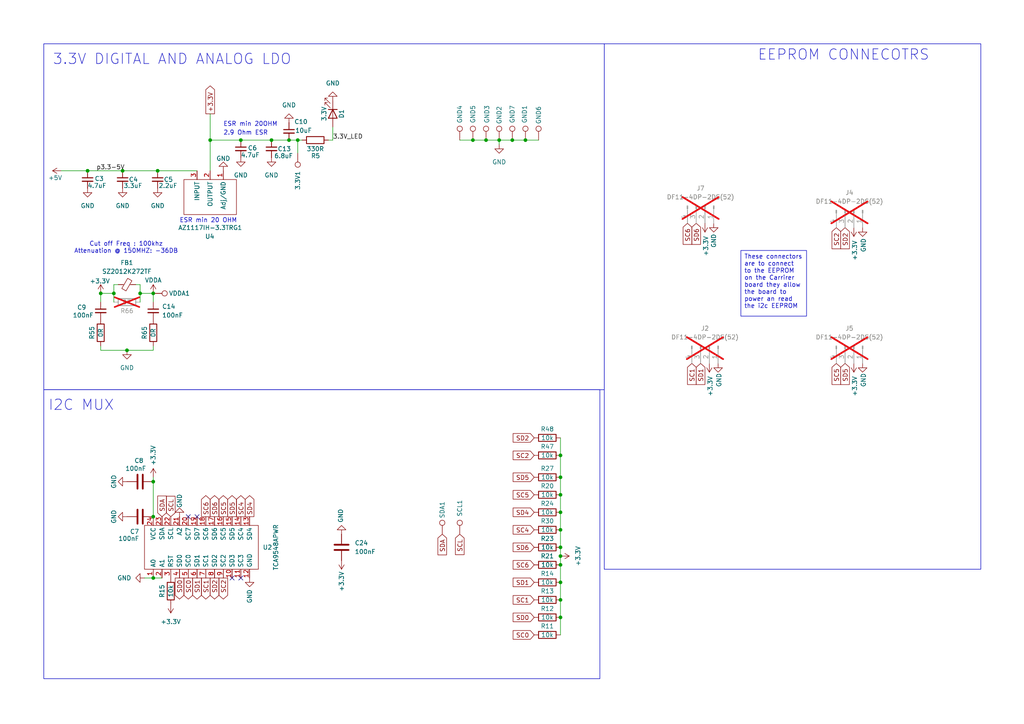
<source format=kicad_sch>
(kicad_sch (version 20250114) (generator "eeschema") (generator_version "9.0")
  (paper "A4")
  (title_block (title "TempMonitorV3.0") (date "2024-09-09") (rev "3.0") (company "ChipDesignSystems") (comment 1 "Desighned by : Lawrance Kiamilev"))
  (lib_symbols
    (symbol "Connector:Conn_01x04_Pin" (pin_names (offset 1.016) (hide yes))
      (property "Reference" "J" (at 0 5.08 0))
      (property "Value" "Conn_01x04_Pin" (at 0 -7.62 0))
      (symbol "Conn_01x04_Pin_1_1"
        (rectangle (start 0.8636 2.667) (end 0 2.413) (stroke (width 0.1524)) (fill (type outline)))
        (rectangle (start 0.8636 0.127) (end 0 -0.127) (stroke (width 0.1524)) (fill (type outline)))
        (rectangle (start 0.8636 -2.413) (end 0 -2.667) (stroke (width 0.1524)) (fill (type outline)))
        (rectangle (start 0.8636 -4.953) (end 0 -5.207) (stroke (width 0.1524)) (fill (type outline)))
        (polyline (pts (xy 1.27 2.54) (xy 0.8636 2.54)) (stroke (width 0.1524)))
        (polyline (pts (xy 1.27 0) (xy 0.8636 0)) (stroke (width 0.1524)))
        (polyline (pts (xy 1.27 -2.54) (xy 0.8636 -2.54)) (stroke (width 0.1524)))
        (polyline (pts (xy 1.27 -5.08) (xy 0.8636 -5.08)) (stroke (width 0.1524)))
        (pin passive line (at 5.08 2.54 180) (length 3.81) (name "Pin_1") (number "1"))
        (pin passive line (at 5.08 0 180) (length 3.81) (name "Pin_2") (number "2"))
        (pin passive line (at 5.08 -2.54 180) (length 3.81) (name "Pin_3") (number "3"))
        (pin passive line (at 5.08 -5.08 180) (length 3.81) (name "Pin_4") (number "4"))
      )
    )
    (symbol "Connector:TestPoint" (pin_numbers (hide yes)) (pin_names (offset 0.762) (hide yes))
      (property "Reference" "TP" (at 0 6.858 0))
      (property "Value" "TestPoint" (at 0 5.08 0))
      (symbol "TestPoint_0_1"
        (circle (center 0 3.302) (radius 0.762))
      )
      (symbol "TestPoint_1_1"
        (pin passive line (at 0 0 90) (length 2.54) (name "1") (number "1"))
      )
    )
    (symbol "Device:C" (pin_numbers (hide yes)) (pin_names (offset 0.254))
      (property "Reference" "C" (at 0.635 2.54 0))
      (property "Value" "C" (at 0.635 -2.54 0))
      (symbol "C_0_1"
        (polyline (pts (xy -2.032 0.762) (xy 2.032 0.762)) (stroke (width 0.508)))
        (polyline (pts (xy -2.032 -0.762) (xy 2.032 -0.762)) (stroke (width 0.508)))
      )
      (symbol "C_1_1"
        (pin passive line (at 0 3.81 270) (length 2.794) (name "~") (number "1"))
        (pin passive line (at 0 -3.81 90) (length 2.794) (name "~") (number "2"))
      )
    )
    (symbol "Device:C_Small" (pin_numbers (hide yes)) (pin_names (offset 0.254) (hide yes))
      (property "Reference" "C" (at 0.254 1.778 0))
      (property "Value" "C_Small" (at 0.254 -2.032 0))
      (symbol "C_Small_0_1"
        (polyline (pts (xy -1.524 0.508) (xy 1.524 0.508)) (stroke (width 0.3048)))
        (polyline (pts (xy -1.524 -0.508) (xy 1.524 -0.508)) (stroke (width 0.3302)))
      )
      (symbol "C_Small_1_1"
        (pin passive line (at 0 2.54 270) (length 2.032) (name "~") (number "1"))
        (pin passive line (at 0 -2.54 90) (length 2.032) (name "~") (number "2"))
      )
    )
    (symbol "Device:FerriteBead_Small" (pin_numbers (hide yes)) (pin_names (offset 0))
      (property "Reference" "FB" (at 1.905 1.27 0))
      (property "Value" "FerriteBead_Small" (at 1.905 -1.27 0))
      (symbol "FerriteBead_Small_0_1"
        (polyline (pts (xy -1.8288 0.2794) (xy -1.1176 1.4986) (xy 1.8288 -0.2032) (xy 1.1176 -1.4224) (xy -1.8288 0.2794)))
        (polyline (pts (xy 0 0.889) (xy 0 1.2954)))
        (polyline (pts (xy 0 -1.27) (xy 0 -0.7874)))
      )
      (symbol "FerriteBead_Small_1_1"
        (pin passive line (at 0 2.54 270) (length 1.27) (name "~") (number "1"))
        (pin passive line (at 0 -2.54 90) (length 1.27) (name "~") (number "2"))
      )
    )
    (symbol "Device:LED" (pin_numbers (hide yes)) (pin_names (offset 1.016) (hide yes))
      (property "Reference" "D" (at 0 2.54 0))
      (property "Value" "LED" (at 0 -2.54 0))
      (symbol "LED_0_1"
        (polyline (pts (xy -3.048 -0.762) (xy -4.572 -2.286) (xy -3.81 -2.286) (xy -4.572 -2.286) (xy -4.572 -1.524)))
        (polyline (pts (xy -1.778 -0.762) (xy -3.302 -2.286) (xy -2.54 -2.286) (xy -3.302 -2.286) (xy -3.302 -1.524)))
        (polyline (pts (xy -1.27 0) (xy 1.27 0)))
        (polyline (pts (xy -1.27 -1.27) (xy -1.27 1.27)) (stroke (width 0.254)))
        (polyline (pts (xy 1.27 -1.27) (xy 1.27 1.27) (xy -1.27 0) (xy 1.27 -1.27)) (stroke (width 0.254)))
      )
      (symbol "LED_1_1"
        (pin passive line (at -3.81 0 0) (length 2.54) (name "K") (number "1"))
        (pin passive line (at 3.81 0 180) (length 2.54) (name "A") (number "2"))
      )
    )
    (symbol "Device:R" (pin_numbers (hide yes)) (pin_names (offset 0))
      (property "Reference" "R" (at 2.032 0 90))
      (property "Value" "R" (at 0 0 90))
      (symbol "R_0_1"
        (rectangle (start -1.016 -2.54) (end 1.016 2.54) (stroke (width 0.254)))
      )
      (symbol "R_1_1"
        (pin passive line (at 0 3.81 270) (length 1.27) (name "~") (number "1"))
        (pin passive line (at 0 -3.81 90) (length 1.27) (name "~") (number "2"))
      )
    )
    (symbol "GND_1" (power) (pin_numbers (hide yes)) (pin_names (offset 0) (hide yes))
      (property "Value" "GND" (at 0 -3.81 0))
      (symbol "GND_1_0_1"
        (polyline (pts (xy 0 0) (xy 0 -1.27) (xy 1.27 -1.27) (xy 0 -2.54) (xy -1.27 -1.27) (xy 0 -1.27)))
      )
      (symbol "GND_1_1_1"
        (pin power_in line (at 0 0 270) (length 0) (name "~") (number "1"))
      )
    )
    (symbol "power:+3.3V" (power) (pin_names (offset 0))
      (property "Value" "+3.3V" (at 0 3.556 0))
      (symbol "+3.3V_0_1"
        (polyline (pts (xy -0.762 1.27) (xy 0 2.54)))
        (polyline (pts (xy 0 2.54) (xy 0.762 1.27)))
        (polyline (pts (xy 0 0) (xy 0 2.54)))
      )
      (symbol "+3.3V_1_1"
        (pin power_in line (at 0 0 90) (length 0) (hide yes) (name "+3.3V") (number "1"))
      )
    )
    (symbol "power:+5V" (power) (pin_names (offset 0))
      (property "Value" "+5V" (at 0 3.556 0))
      (symbol "+5V_0_1"
        (polyline (pts (xy -0.762 1.27) (xy 0 2.54)))
        (polyline (pts (xy 0 2.54) (xy 0.762 1.27)))
        (polyline (pts (xy 0 0) (xy 0 2.54)))
      )
      (symbol "+5V_1_1"
        (pin power_in line (at 0 0 90) (length 0) (hide yes) (name "+5V") (number "1"))
      )
    )
    (symbol "power:GND" (power) (pin_names (offset 0))
      (property "Value" "GND" (at 0 -3.81 0))
      (symbol "GND_0_1"
        (polyline (pts (xy 0 0) (xy 0 -1.27) (xy 1.27 -1.27) (xy 0 -2.54) (xy -1.27 -1.27) (xy 0 -1.27)))
      )
      (symbol "GND_1_1"
        (pin power_in line (at 0 0 270) (length 0) (hide yes) (name "GND") (number "1"))
      )
    )
    (symbol "power:VDDA" (power) (pin_names (offset 0))
      (property "Value" "VDDA" (at 0 3.81 0))
      (symbol "VDDA_0_1"
        (polyline (pts (xy -0.762 1.27) (xy 0 2.54)))
        (polyline (pts (xy 0 2.54) (xy 0.762 1.27)))
        (polyline (pts (xy 0 0) (xy 0 2.54)))
      )
      (symbol "VDDA_1_1"
        (pin power_in line (at 0 0 90) (length 0) (hide yes) (name "VDDA") (number "1"))
      )
    )
    (symbol "user:3_Pin_LDO"
      (property "Reference" "U" (at -7.62 -8.89 0))
      (symbol "3_Pin_LDO_0_1"
        (rectangle (start -7.62 2.54) (end 7.62 -7.62))
      )
      (symbol "3_Pin_LDO_1_1"
        (pin input line (at -3.81 5.08 270) (length 2.54) (name "Adj/GND") (number "1"))
        (pin input line (at 0 5.08 270) (length 2.54) (name "OUTPUT") (number "2"))
        (pin input line (at 3.81 5.08 270) (length 2.54) (name "INPUT") (number "3"))
      )
    )
    (symbol "user:TCA9548A"
      (property "Reference" "U" (at 0 -17.78 0))
      (symbol "TCA9548A_0_1"
        (rectangle (start -6.35 16.51) (end 6.35 -16.51))
      )
      (symbol "TCA9548A_1_1"
        (pin input line (at -8.89 13.97 0) (length 2.54) (name "A0") (number "1"))
        (pin input line (at -8.89 11.43 0) (length 2.54) (name "A1") (number "2"))
        (pin input line (at -8.89 8.89 0) (length 2.54) (name "RST") (number "3"))
        (pin input line (at -8.89 6.35 0) (length 2.54) (name "SD0") (number "4"))
        (pin input line (at -8.89 3.81 0) (length 2.54) (name "SC0") (number "5"))
        (pin input line (at -8.89 1.27 0) (length 2.54) (name "SD1") (number "6"))
        (pin input line (at -8.89 -1.27 0) (length 2.54) (name "SC1") (number "7"))
        (pin input line (at -8.89 -3.81 0) (length 2.54) (name "SD2") (number "8"))
        (pin input line (at -8.89 -6.35 0) (length 2.54) (name "SC2") (number "9"))
        (pin input line (at -8.89 -8.89 0) (length 2.54) (name "SD3") (number "10"))
        (pin input line (at -8.89 -11.43 0) (length 2.54) (name "SC3") (number "11"))
        (pin input line (at -8.89 -13.97 0) (length 2.54) (name "GND") (number "12"))
        (pin input line (at 8.89 13.97 180) (length 2.54) (name "VCC") (number "24"))
        (pin input line (at 8.89 11.43 180) (length 2.54) (name "SDA") (number "23"))
        (pin input line (at 8.89 8.89 180) (length 2.54) (name "SCL") (number "22"))
        (pin input line (at 8.89 6.35 180) (length 2.54) (name "A2") (number "21"))
        (pin input line (at 8.89 3.81 180) (length 2.54) (name "SC7") (number "20"))
        (pin input line (at 8.89 1.27 180) (length 2.54) (name "SD7") (number "19"))
        (pin input line (at 8.89 -1.27 180) (length 2.54) (name "SC6") (number "18"))
        (pin input line (at 8.89 -3.81 180) (length 2.54) (name "SD6") (number "17"))
        (pin input line (at 8.89 -6.35 180) (length 2.54) (name "SC5") (number "16"))
        (pin input line (at 8.89 -8.89 180) (length 2.54) (name "SD5") (number "15"))
        (pin input line (at 8.89 -11.43 180) (length 2.54) (name "SC4") (number "14"))
        (pin input line (at 8.89 -13.97 180) (length 2.54) (name "SD4") (number "13"))
      )
    )
  )
  (rectangle (start 175.26 12.7) (end 284.48 165.1))
  (rectangle (start 12.7 113.03) (end 173.99 196.85))
  (rectangle (start 12.7 12.7) (end 175.26 113.03))
  (text "Cut off Freq : 100khz\nAttenuation @ 150MHZ: -36DB\n" (at 36.576 71.882 0) (effects (font (size 1.27 1.27))))
  (text "I2C MUX\n" (at 13.97 119.38 0) (effects (font (size 3 3)) (justify left bottom)))
  (text "3.3V DIGITAL AND ANALOG LDO" (at 15.24 19.05 0) (effects (font (size 3 3)) (justify left bottom)))
  (text "ESR min 20 OHM" (at 52.07 64.77 0) (effects (font (size 1.27 1.27)) (justify left bottom)))
  (text "2.9 Ohm ESR" (at 64.77 39.37 0) (effects (font (size 1.27 1.27)) (justify left bottom)))
  (text "EEPROM CONNECOTRS\n" (at 219.71 17.78 0) (effects (font (size 3 3)) (justify left bottom)))
  (text "ESR min 20OHM" (at 64.77 36.83 0) (effects (font (size 1.27 1.27)) (justify left bottom)))
  (text_box "These connectors are to connect to the EEPROM on the Carrirer board they allow the board to power an read the i2c EEPROM" (at 214.884 72.644 0) (size 19.05 19.05) (margins 0.9525 0.9525 0.9525 0.9525) (effects (font (size 1.27 1.27)) (justify left top)))
  (junction (at 83.82 40.64))
  (junction (at 44.45 85.09))
  (junction (at 60.96 40.64))
  (junction (at 162.56 161.29))
  (junction (at 29.21 85.09))
  (junction (at 162.56 138.43))
  (junction (at 45.72 49.53))
  (junction (at 162.56 173.99))
  (junction (at 35.56 49.53))
  (junction (at 162.56 168.91))
  (junction (at 69.85 40.64))
  (junction (at 152.4 40.64))
  (junction (at 162.56 153.67))
  (junction (at 140.97 40.64))
  (junction (at 162.56 132.08))
  (junction (at 36.83 101.6))
  (junction (at 137.16 40.64))
  (junction (at 44.45 149.86))
  (junction (at 40.64 85.09))
  (junction (at 162.56 179.07))
  (junction (at 162.56 148.59))
  (junction (at 162.56 163.83))
  (junction (at 44.45 139.7))
  (junction (at 25.4 49.53))
  (junction (at 86.36 40.64))
  (junction (at 33.02 85.09))
  (junction (at 144.78 40.64))
  (junction (at 162.56 143.51))
  (junction (at 44.45 167.64))
  (junction (at 148.59 40.64))
  (junction (at 78.74 40.64))
  (junction (at 162.56 158.75))
  (no_connect (at 57.15 149.86))
  (no_connect (at 69.85 167.64))
  (no_connect (at 67.31 167.64))
  (no_connect (at 54.61 149.86))
  (wire (pts (xy 60.96 40.64) (xy 60.96 33.02)))
  (wire (pts (xy 162.56 163.83) (xy 162.56 161.29)))
  (wire (pts (xy 86.36 44.45) (xy 86.36 40.64)))
  (wire (pts (xy 162.56 184.15) (xy 162.56 179.07)))
  (wire (pts (xy 17.78 49.53) (xy 25.4 49.53)))
  (wire (pts (xy 162.56 168.91) (xy 162.56 163.83)))
  (wire (pts (xy 33.02 85.09) (xy 33.02 87.63)))
  (wire (pts (xy 36.83 101.6) (xy 44.45 101.6)))
  (wire (pts (xy 60.96 40.64) (xy 69.85 40.64)))
  (wire (pts (xy 162.56 143.51) (xy 162.56 148.59)))
  (wire (pts (xy 162.56 138.43) (xy 162.56 143.51)))
  (wire (pts (xy 162.56 173.99) (xy 162.56 168.91)))
  (wire (pts (xy 29.21 85.09) (xy 33.02 85.09)))
  (wire (pts (xy 162.56 161.29) (xy 162.56 158.75)))
  (wire (pts (xy 162.56 138.43) (xy 162.56 132.08)))
  (wire (pts (xy 44.45 167.64) (xy 46.99 167.64)))
  (wire (pts (xy 35.56 49.53) (xy 45.72 49.53)))
  (wire (pts (xy 144.78 40.64) (xy 148.59 40.64)))
  (wire (pts (xy 39.37 82.55) (xy 40.64 82.55)))
  (wire (pts (xy 162.56 132.08) (xy 162.56 127)))
  (wire (pts (xy 133.35 40.64) (xy 137.16 40.64)))
  (wire (pts (xy 86.36 40.64) (xy 87.63 40.64)))
  (wire (pts (xy 144.78 40.64) (xy 144.78 41.91)))
  (wire (pts (xy 148.59 40.64) (xy 152.4 40.64)))
  (wire (pts (xy 29.21 87.63) (xy 29.21 85.09)))
  (wire (pts (xy 40.64 82.55) (xy 40.64 85.09)))
  (wire (pts (xy 83.82 40.64) (xy 86.36 40.64)))
  (wire (pts (xy 44.45 100.33) (xy 44.45 101.6)))
  (wire (pts (xy 162.56 153.67) (xy 162.56 148.59)))
  (wire (pts (xy 60.96 49.53) (xy 60.96 40.64)))
  (wire (pts (xy 96.52 36.83) (xy 96.52 40.64)))
  (wire (pts (xy 69.85 40.64) (xy 78.74 40.64)))
  (wire (pts (xy 44.45 85.09) (xy 40.64 85.09)))
  (wire (pts (xy 44.45 139.7) (xy 44.45 149.86)))
  (wire (pts (xy 29.21 101.6) (xy 36.83 101.6)))
  (wire (pts (xy 33.02 82.55) (xy 33.02 85.09)))
  (wire (pts (xy 162.56 179.07) (xy 162.56 173.99)))
  (wire (pts (xy 44.45 138.43) (xy 44.45 139.7)))
  (wire (pts (xy 137.16 40.64) (xy 140.97 40.64)))
  (wire (pts (xy 40.64 85.09) (xy 40.64 87.63)))
  (wire (pts (xy 29.21 100.33) (xy 29.21 101.6)))
  (wire (pts (xy 41.91 167.64) (xy 44.45 167.64)))
  (wire (pts (xy 44.45 85.09) (xy 44.45 87.63)))
  (wire (pts (xy 34.29 82.55) (xy 33.02 82.55)))
  (wire (pts (xy 78.74 40.64) (xy 83.82 40.64)))
  (wire (pts (xy 45.72 49.53) (xy 57.15 49.53)))
  (wire (pts (xy 25.4 49.53) (xy 35.56 49.53)))
  (wire (pts (xy 152.4 40.64) (xy 156.21 40.64)))
  (wire (pts (xy 162.56 158.75) (xy 162.56 153.67)))
  (wire (pts (xy 95.25 40.64) (xy 96.52 40.64)))
  (wire (pts (xy 140.97 40.64) (xy 144.78 40.64)))
  (label "3.3V_LED" (at 96.52 40.64 0) (property "Netclass" "Voltage" (effects (hide yes))))
  (label "p3.3-5V" (at 27.94 49.53 0) (property "Netclass" "PWR" (effects (hide yes))))
  (global_label "SC5" (shape output) (at 64.77 149.86 90) (property "Intersheetrefs" "${INTERSHEET_REFS}" (effects (hide yes))) (property "Netclass" "I2C" (effects (hide yes))))
  (global_label "SC0" (shape output) (at 54.61 167.64 270) (property "Intersheetrefs" "${INTERSHEET_REFS}" (effects (hide yes))) (property "Netclass" "I2C" (effects (hide yes))))
  (global_label "SD0" (shape output) (at 52.07 167.64 270) (property "Intersheetrefs" "${INTERSHEET_REFS}" (effects (hide yes))) (property "Netclass" "I2C" (effects (hide yes))))
  (global_label "SC1" (shape output) (at 59.69 167.64 270) (property "Intersheetrefs" "${INTERSHEET_REFS}" (effects (hide yes))) (property "Netclass" "I2C" (effects (hide yes))))
  (global_label "SD6" (shape input) (at 154.94 158.75 180) (property "Intersheetrefs" "${INTERSHEET_REFS}" (effects (hide yes))) (property "Netclass" "I2C" (effects (hide yes))))
  (global_label "SD2" (shape input) (at 245.11 66.04 270) (property "Intersheetrefs" "${INTERSHEET_REFS}" (effects (hide yes))) (property "Netclass" "I2C" (effects (hide yes))))
  (global_label "SD1" (shape output) (at 57.15 167.64 270) (property "Intersheetrefs" "${INTERSHEET_REFS}" (effects (hide yes))) (property "Netclass" "I2C" (effects (hide yes))))
  (global_label "SC6" (shape output) (at 59.69 149.86 90) (property "Intersheetrefs" "${INTERSHEET_REFS}" (effects (hide yes))) (property "Netclass" "I2C" (effects (hide yes))))
  (global_label "SC2" (shape output) (at 64.77 167.64 270) (property "Intersheetrefs" "${INTERSHEET_REFS}" (effects (hide yes))) (property "Netclass" "I2C" (effects (hide yes))))
  (global_label "SC0" (shape input) (at 154.94 184.15 180) (property "Intersheetrefs" "${INTERSHEET_REFS}" (effects (hide yes))) (property "Netclass" "I2C" (effects (hide yes))))
  (global_label "SC4" (shape output) (at 69.85 149.86 90) (property "Intersheetrefs" "${INTERSHEET_REFS}" (effects (hide yes))) (property "Netclass" "I2C" (effects (hide yes))))
  (global_label "SC1" (shape input) (at 154.94 173.99 180) (property "Intersheetrefs" "${INTERSHEET_REFS}" (effects (hide yes))) (property "Netclass" "I2C" (effects (hide yes))))
  (global_label "SD2" (shape input) (at 154.94 127 180) (property "Intersheetrefs" "${INTERSHEET_REFS}" (effects (hide yes))) (property "Netclass" "I2C" (effects (hide yes))))
  (global_label "SC5" (shape input) (at 242.57 105.41 270) (property "Intersheetrefs" "${INTERSHEET_REFS}" (effects (hide yes))) (property "Netclass" "I2C" (effects (hide yes))))
  (global_label "SDA" (shape input) (at 46.99 149.86 90) (property "Intersheetrefs" "${INTERSHEET_REFS}" (effects (hide yes))))
  (global_label "SD6" (shape output) (at 62.23 149.86 90) (property "Intersheetrefs" "${INTERSHEET_REFS}" (effects (hide yes))) (property "Netclass" "I2C" (effects (hide yes))))
  (global_label "SD1" (shape input) (at 203.2 105.41 270) (property "Intersheetrefs" "${INTERSHEET_REFS}" (effects (hide yes))) (property "Netclass" "I2C" (effects (hide yes))))
  (global_label "SC6" (shape input) (at 199.39 64.77 270) (property "Intersheetrefs" "${INTERSHEET_REFS}" (effects (hide yes))) (property "Netclass" "I2C" (effects (hide yes))))
  (global_label "SD0" (shape input) (at 154.94 179.07 180) (property "Intersheetrefs" "${INTERSHEET_REFS}" (effects (hide yes))) (property "Netclass" "I2C" (effects (hide yes))))
  (global_label "SD2" (shape output) (at 62.23 167.64 270) (property "Intersheetrefs" "${INTERSHEET_REFS}" (effects (hide yes))) (property "Netclass" "I2C" (effects (hide yes))))
  (global_label "SD5" (shape input) (at 154.94 138.43 180) (property "Intersheetrefs" "${INTERSHEET_REFS}" (effects (hide yes))) (property "Netclass" "I2C" (effects (hide yes))))
  (global_label "SC2" (shape input) (at 154.94 132.08 180) (property "Intersheetrefs" "${INTERSHEET_REFS}" (effects (hide yes))) (property "Netclass" "I2C" (effects (hide yes))))
  (global_label "SC6" (shape input) (at 154.94 163.83 180) (property "Intersheetrefs" "${INTERSHEET_REFS}" (effects (hide yes))) (property "Netclass" "I2C" (effects (hide yes))))
  (global_label "SC4" (shape input) (at 154.94 153.67 180) (property "Intersheetrefs" "${INTERSHEET_REFS}" (effects (hide yes))) (property "Netclass" "I2C" (effects (hide yes))))
  (global_label "SD6" (shape input) (at 201.93 64.77 270) (property "Intersheetrefs" "${INTERSHEET_REFS}" (effects (hide yes))) (property "Netclass" "I2C" (effects (hide yes))))
  (global_label "SD5" (shape input) (at 245.11 105.41 270) (property "Intersheetrefs" "${INTERSHEET_REFS}" (effects (hide yes))) (property "Netclass" "I2C" (effects (hide yes))))
  (global_label "SD1" (shape input) (at 154.94 168.91 180) (property "Intersheetrefs" "${INTERSHEET_REFS}" (effects (hide yes))) (property "Netclass" "I2C" (effects (hide yes))))
  (global_label "SD4" (shape output) (at 72.39 149.86 90) (property "Intersheetrefs" "${INTERSHEET_REFS}" (effects (hide yes))) (property "Netclass" "I2C" (effects (hide yes))))
  (global_label "SDA" (shape input) (at 128.27 154.94 270) (property "Intersheetrefs" "${INTERSHEET_REFS}" (effects (hide yes))))
  (global_label "SC1" (shape input) (at 200.66 105.41 270) (property "Intersheetrefs" "${INTERSHEET_REFS}" (effects (hide yes))) (property "Netclass" "I2C" (effects (hide yes))))
  (global_label "SC5" (shape input) (at 154.94 143.51 180) (property "Intersheetrefs" "${INTERSHEET_REFS}" (effects (hide yes))) (property "Netclass" "I2C" (effects (hide yes))))
  (global_label "+3.3V" (shape output) (at 60.96 33.02 90) (property "Intersheetrefs" "${INTERSHEET_REFS}" (effects (hide yes))) (property "Netclass" "PWR" (effects (hide yes))))
  (global_label "SCL" (shape input) (at 49.53 149.86 90) (property "Intersheetrefs" "${INTERSHEET_REFS}" (effects (hide yes))))
  (global_label "SD5" (shape output) (at 67.31 149.86 90) (property "Intersheetrefs" "${INTERSHEET_REFS}" (effects (hide yes))) (property "Netclass" "I2C" (effects (hide yes))))
  (global_label "SD4" (shape input) (at 154.94 148.59 180) (property "Intersheetrefs" "${INTERSHEET_REFS}" (effects (hide yes))) (property "Netclass" "I2C" (effects (hide yes))))
  (global_label "SC2" (shape input) (at 242.57 66.04 270) (property "Intersheetrefs" "${INTERSHEET_REFS}" (effects (hide yes))) (property "Netclass" "I2C" (effects (hide yes))))
  (global_label "SCL" (shape input) (at 133.35 154.94 270) (property "Intersheetrefs" "${INTERSHEET_REFS}" (effects (hide yes))))
  (symbol (lib_id "Device:C_Small") (at 25.4 52.07 0) (unit 1)
    (property "Reference" "C3" (at 27.432 51.816 0) (effects (justify left)))
    (property "Value" "4.7uF" (at 25.4 53.848 0) (effects (justify left)))
    (property "Footprint" "Capacitor_SMD:C_0805_2012Metric" (effects (hide yes)))
    (property "Datasheet" "https://jlcpcb.com/api/file/downloadByFileSystemAccessId/8556213325555400704" (effects (hide yes)))
    (property "Description" "25V 4.7uF X5R ±10% 0805 Multilayer Ceramic Capacitors MLCC - SMD/SMT ROHS" (effects (hide yes)))
    (property "JLC part #" "C1779" (effects (hide yes)))
    (property "Prt#" "CL21A475KAQNNNE" (effects (hide yes)))
  )
  (symbol (lib_id "user:3_Pin_LDO") (at 60.96 54.61 0) (mirror y) (unit 1)
    (property "Reference" "U4" (at 62.23 68.58 0) (effects (justify left)))
    (property "Value" "AZ1117IH-3.3TRG1" (at 60.96 66.04 0))
    (property "Footprint" "LawranceUserLib:AZ11171" (effects (hide yes)))
    (property "Datasheet" "https://www.diodes.com/assets/Datasheets/AZ1117I.pdf" (effects (hide yes)))
    (property "Description" "IC REG LINEAR 3.3V 1A SOT223" (effects (hide yes)))
    (property "digikey" "https://www.digikey.com/en/products/detail/diodes-incorporated/AZ1117IH-3-3TRG1/5699672?s=N4IgTCBcDaIIIC0CMKDsBJAEgWgMwDpcAVAJQHEkQBdAXyA" (effects (hide yes)))
    (property "Prt#" "AZ1117IH-3.3TRG1" (effects (hide yes)))
    (property "JLC part #" "C108495" (effects (hide yes)))
  )
  (symbol (lib_id "Device:R") (at 158.75 168.91 270) (unit 1)
    (property "Reference" "R14" (at 158.75 166.37 90))
    (property "Value" "10k" (at 158.75 168.91 90))
    (property "Footprint" "Resistor_SMD:R_0603_1608Metric" (effects (hide yes)))
    (property "Datasheet" "https://jlcpcb.com/api/file/downloadByFileSystemAccessId/8579706381320323072" (effects (hide yes)))
    (property "Description" "100mW Thick Film Resistors 75V ±100ppm/℃ ±1% 10kΩ 0603 Chip Resistor - Surface Mount ROHS" (effects (hide yes)))
    (property "Prt#" "0603WAF1002T5E" (effects (hide yes)))
    (property "digikey" "https://www.digikey.com/en/products/detail/stackpole-electronics-inc/RMCF0402FT10K0/1761433" (effects (hide yes)))
    (property "JLC part #" "C25804" (effects (hide yes)))
  )
  (symbol (lib_id "Device:R") (at 158.75 153.67 270) (unit 1)
    (property "Reference" "R30" (at 158.75 151.13 90))
    (property "Value" "10k" (at 158.75 153.67 90))
    (property "Footprint" "Resistor_SMD:R_0603_1608Metric" (effects (hide yes)))
    (property "Datasheet" "https://jlcpcb.com/api/file/downloadByFileSystemAccessId/8579706381320323072" (effects (hide yes)))
    (property "Description" "100mW Thick Film Resistors 75V ±100ppm/℃ ±1% 10kΩ 0603 Chip Resistor - Surface Mount ROHS" (effects (hide yes)))
    (property "Prt#" "0603WAF1002T5E" (effects (hide yes)))
    (property "digikey" "https://www.digikey.com/en/products/detail/stackpole-electronics-inc/RMCF0402FT10K0/1761433" (effects (hide yes)))
    (property "JLC part #" "C25804" (effects (hide yes)))
  )
  (symbol (lib_id "power:GND") (at 36.83 149.86 270) (unit 1)
    (property "Reference" "#PWR089" (effects (hide yes)))
    (property "Value" "GND" (at 33.02 149.86 0))
  )
  (symbol (lib_id "Device:C") (at 99.06 158.75 0) (unit 1)
    (property "Reference" "C24" (at 102.87 157.48 0) (effects (justify left)))
    (property "Value" "100nF" (at 102.87 160.02 0) (effects (justify left)))
    (property "Footprint" "Capacitor_SMD:C_0603_1608Metric" (effects (hide yes)))
    (property "Datasheet" "https://jlcpcb.com/api/file/downloadByFileSystemAccessId/8579707083955945472" (effects (hide yes)))
    (property "Description" "50V 100nF X7R ±10% 0603 Multilayer Ceramic Capacitors MLCC - SMD/SMT ROHS" (effects (hide yes)))
    (property "Prt#" "CC0603KRX7R9BB104" (effects (hide yes)))
    (property "digikey" "https://www.digikey.com/en/products/detail/yageo/CC0603KRX7R7BB104/302822" (effects (hide yes)))
    (property "JLC part #" "C14663" (effects (hide yes)))
  )
  (symbol (lib_id "Device:C_Small") (at 44.45 90.17 0) (unit 1)
    (property "Reference" "C14" (at 46.99 88.9062 0) (effects (justify left)))
    (property "Value" "100nF" (at 46.99 91.4462 0) (effects (justify left)))
    (property "Footprint" "Capacitor_SMD:C_0805_2012Metric" (effects (hide yes)))
    (property "Datasheet" "https://jlcpcb.com/api/file/downloadByFileSystemAccessId/8579706882463744000" (effects (hide yes)))
    (property "Description" "50V 100nF X7R ±10% 0805 Multilayer Ceramic Capacitors MLCC - SMD/SMT ROHS" (effects (hide yes)))
    (property "JLC part #" "C49678" (effects (hide yes)))
    (property "Prt#" "CC0805KRX7R9BB104" (effects (hide yes)))
  )
  (symbol (lib_id "power:+3.3V") (at 99.06 162.56 180) (unit 1)
    (property "Reference" "#PWR0109" (effects (hide yes)))
    (property "Value" "+3.3V" (at 99.06 168.656 90))
  )
  (symbol (lib_id "Connector:TestPoint") (at 128.27 154.94 0) (unit 1)
    (property "Reference" "SDA1" (at 128.27 150.368 90) (effects (justify left)))
    (property "Value" "TestPoint" (effects (hide yes)))
    (property "Footprint" "TestPoint:TestPoint_Pad_D1.5mm" (effects (hide yes)))
    (property "Description" "test point" (effects (hide yes)))
  )
  (symbol (lib_id "Device:C_Small") (at 35.56 52.07 0) (unit 1)
    (property "Reference" "C4" (at 37.338 52.07 0) (effects (justify left)))
    (property "Value" "3.3uF" (at 35.814 53.848 0) (effects (justify left)))
    (property "Footprint" "Capacitor_SMD:C_0805_2012Metric" (effects (hide yes)))
    (property "Datasheet" "https://jlcpcb.com/api/file/downloadByFileSystemAccessId/8590905916235862016" (effects (hide yes)))
    (property "Description" "25V 3.3uF X7R ±10% 0805  Multilayer Ceramic Capacitors MLCC - SMD/SMT ROHS" (effects (hide yes)))
    (property "JLC part #" "C7393948" (effects (hide yes)))
    (property "Prt#" "TCC0805X7R335K250FT" (effects (hide yes)))
  )
  (symbol (lib_id "power:GND") (at 96.52 29.21 180) (unit 1)
    (property "Reference" "#PWR0111" (effects (hide yes)))
    (property "Value" "GND" (at 96.52 24.13 0))
  )
  (symbol (lib_id "Device:R") (at 158.75 173.99 270) (unit 1)
    (property "Reference" "R13" (at 158.75 171.45 90))
    (property "Value" "10k" (at 158.75 173.99 90))
    (property "Footprint" "Resistor_SMD:R_0603_1608Metric" (effects (hide yes)))
    (property "Datasheet" "https://jlcpcb.com/api/file/downloadByFileSystemAccessId/8579706381320323072" (effects (hide yes)))
    (property "Description" "100mW Thick Film Resistors 75V ±100ppm/℃ ±1% 10kΩ 0603 Chip Resistor - Surface Mount ROHS" (effects (hide yes)))
    (property "Prt#" "0603WAF1002T5E" (effects (hide yes)))
    (property "digikey" "https://www.digikey.com/en/products/detail/stackpole-electronics-inc/RMCF0402FT10K0/1761433" (effects (hide yes)))
    (property "JLC part #" "C25804" (effects (hide yes)))
  )
  (symbol (lib_id "Device:R") (at 158.75 158.75 270) (unit 1)
    (property "Reference" "R23" (at 158.75 156.21 90))
    (property "Value" "10k" (at 158.75 158.75 90))
    (property "Footprint" "Resistor_SMD:R_0603_1608Metric" (effects (hide yes)))
    (property "Datasheet" "https://jlcpcb.com/api/file/downloadByFileSystemAccessId/8579706381320323072" (effects (hide yes)))
    (property "Description" "100mW Thick Film Resistors 75V ±100ppm/℃ ±1% 10kΩ 0603 Chip Resistor - Surface Mount ROHS" (effects (hide yes)))
    (property "Prt#" "0603WAF1002T5E" (effects (hide yes)))
    (property "digikey" "https://www.digikey.com/en/products/detail/stackpole-electronics-inc/RMCF0402FT10K0/1761433" (effects (hide yes)))
    (property "JLC part #" "C25804" (effects (hide yes)))
  )
  (symbol (lib_id "Device:C") (at 40.64 139.7 90) (unit 1)
    (property "Reference" "C8" (at 41.656 133.604 90) (effects (justify left)))
    (property "Value" "100nF" (at 42.418 135.89 90) (effects (justify left)))
    (property "Footprint" "Capacitor_SMD:C_0603_1608Metric" (effects (hide yes)))
    (property "Datasheet" "https://jlcpcb.com/api/file/downloadByFileSystemAccessId/8579707083955945472" (effects (hide yes)))
    (property "Description" "50V 100nF X7R ±10% 0603 Multilayer Ceramic Capacitors MLCC - SMD/SMT ROHS" (effects (hide yes)))
    (property "Prt#" "CC0603KRX7R9BB104" (effects (hide yes)))
    (property "digikey" "https://www.digikey.com/en/products/detail/samsung-electro-mechanics/CL05B104KP5NNNC/3886660" (effects (hide yes)))
    (property "JLC part #" "C14663" (effects (hide yes)))
  )
  (symbol (lib_id "power:GND") (at 35.56 54.61 0) (unit 1)
    (property "Reference" "#PWR087" (effects (hide yes)))
    (property "Value" "GND" (at 35.56 59.69 0))
  )
  (symbol (lib_id "power:GND") (at 25.4 54.61 0) (unit 1)
    (property "Reference" "#PWR086" (effects (hide yes)))
    (property "Value" "GND" (at 25.4 59.69 0))
  )
  (symbol (lib_id "power:GND") (at 250.19 66.04 0) (unit 1)
    (property "Reference" "#PWR0117" (effects (hide yes)))
    (property "Value" "GND" (at 250.444 71.12 90))
  )
  (symbol (lib_id "power:GND") (at 72.39 167.64 0) (unit 1)
    (property "Reference" "#PWR0103" (effects (hide yes)))
    (property "Value" "GND" (at 72.39 172.974 90))
  )
  (symbol (lib_id "Device:R") (at 158.75 132.08 270) (unit 1)
    (property "Reference" "R47" (at 158.75 129.54 90))
    (property "Value" "10k" (at 158.75 132.08 90))
    (property "Footprint" "Resistor_SMD:R_0603_1608Metric" (effects (hide yes)))
    (property "Datasheet" "https://jlcpcb.com/api/file/downloadByFileSystemAccessId/8579706381320323072" (effects (hide yes)))
    (property "Description" "100mW Thick Film Resistors 75V ±100ppm/℃ ±1% 10kΩ 0603 Chip Resistor - Surface Mount ROHS" (effects (hide yes)))
    (property "Prt#" "0603WAF1002T5E" (effects (hide yes)))
    (property "digikey" "https://www.digikey.com/en/products/detail/stackpole-electronics-inc/RMCF0402FT10K0/1761433" (effects (hide yes)))
    (property "JLC part #" "C25804" (effects (hide yes)))
  )
  (symbol (lib_id "power:+3.3V") (at 205.74 105.41 180) (unit 1)
    (property "Reference" "#PWR074" (effects (hide yes)))
    (property "Value" "+3.3V" (at 205.994 112.014 90))
  )
  (symbol (lib_id "Connector:TestPoint") (at 133.35 40.64 0) (unit 1)
    (property "Reference" "GND4" (at 133.35 30.48 90) (effects (justify right)))
    (property "Value" "TestPoint" (effects (hide yes)))
    (property "Footprint" "TestPoint:TestPoint_Pad_D1.5mm" (effects (hide yes)))
  )
  (symbol (lib_id "power:GND") (at 41.91 167.64 270) (unit 1)
    (property "Reference" "#PWR090" (effects (hide yes)))
    (property "Value" "GND" (at 38.1 167.64 90) (effects (justify right)))
  )
  (symbol (lib_id "Device:R") (at 36.83 87.63 90) (unit 1) (dnp yes)
    (property "Reference" "R66" (at 36.83 90.17 90))
    (property "Value" "0R" (at 36.83 87.63 90))
    (property "Footprint" "Resistor_SMD:R_0603_1608Metric" (effects (hide yes)))
    (property "Datasheet" "https://jlcpcb.com/api/file/downloadByFileSystemAccessId/8579706381320323072" (effects (hide yes)))
    (property "Description" "100mW Thick Film Resistors 75V ±100ppm/℃ ±1% 10kΩ 0603 Chip Resistor - Surface Mount ROHS" (effects (hide yes)))
    (property "Prt#" "0603WAF1002T5E" (effects (hide yes)))
    (property "digikey" "https://www.digikey.com/en/products/detail/stackpole-electronics-inc/RMCF0402FT10K0/1761433" (effects (hide yes)))
    (property "JLC part #" "C25804" (effects (hide yes)))
  )
  (symbol (lib_id "Connector:TestPoint") (at 44.45 85.09 270) (unit 1)
    (property "Reference" "VDDA1" (at 55.118 85.09 90) (effects (justify right)))
    (property "Value" "TestPoint" (effects (hide yes)))
    (property "Footprint" "TestPoint:TestPoint_Pad_D1.5mm" (effects (hide yes)))
  )
  (symbol (lib_id "Device:R") (at 49.53 171.45 180) (unit 1)
    (property "Reference" "R15" (at 46.99 171.45 90))
    (property "Value" "10k" (at 49.53 171.45 90))
    (property "Footprint" "Resistor_SMD:R_0603_1608Metric" (effects (hide yes)))
    (property "Datasheet" "https://jlcpcb.com/api/file/downloadByFileSystemAccessId/8579706381320323072" (effects (hide yes)))
    (property "Description" "100mW Thick Film Resistors 75V ±100ppm/℃ ±1% 10kΩ 0603 Chip Resistor - Surface Mount ROHS" (effects (hide yes)))
    (property "Prt#" "0603WAF1002T5E" (effects (hide yes)))
    (property "digikey" "https://www.digikey.com/en/products/detail/stackpole-electronics-inc/RMCF0402FT10K0/1761433" (effects (hide yes)))
    (property "JLC part #" "C25804" (effects (hide yes)))
  )
  (symbol (lib_id "power:+3.3V") (at 29.21 85.09 0) (unit 1)
    (property "Reference" "#PWR093" (effects (hide yes)))
    (property "Value" "+3.3V" (at 28.956 81.534 0))
  )
  (symbol (lib_id "Connector:TestPoint") (at 144.78 40.64 0) (unit 1)
    (property "Reference" "GND2" (at 144.78 30.734 90) (effects (justify right)))
    (property "Value" "TestPoint" (effects (hide yes)))
    (property "Footprint" "TestPoint:TestPoint_Pad_D1.5mm" (effects (hide yes)))
  )
  (symbol (lib_id "power:GND") (at 36.83 139.7 270) (unit 1)
    (property "Reference" "#PWR088" (effects (hide yes)))
    (property "Value" "GND" (at 33.02 139.7 0))
  )
  (symbol (lib_id "Connector:TestPoint") (at 156.21 40.64 0) (unit 1)
    (property "Reference" "GND6" (at 156.21 30.734 90) (effects (justify right)))
    (property "Value" "TestPoint" (effects (hide yes)))
    (property "Footprint" "TestPoint:TestPoint_Pad_D1.5mm" (effects (hide yes)))
  )
  (symbol (lib_id "Device:C_Small") (at 29.21 90.17 0) (unit 1)
    (property "Reference" "C9" (at 22.352 89.154 0) (effects (justify left)))
    (property "Value" "100nF" (at 21.082 91.44 0) (effects (justify left)))
    (property "Footprint" "Capacitor_SMD:C_0805_2012Metric" (effects (hide yes)))
    (property "Datasheet" "https://jlcpcb.com/api/file/downloadByFileSystemAccessId/8579706882463744000" (effects (hide yes)))
    (property "Description" "50V 100nF X7R ±10% 0805 Multilayer Ceramic Capacitors MLCC - SMD/SMT ROHS" (effects (hide yes)))
    (property "JLC part #" "C49678" (effects (hide yes)))
    (property "Prt#" "CC0805KRX7R9BB104" (effects (hide yes)))
  )
  (symbol (lib_id "Connector:Conn_01x04_Pin") (at 205.74 100.33 270) (unit 1) (dnp yes)
    (property "Reference" "J2" (at 204.47 95.25 90))
    (property "Value" "DF11-4DP-2DS(52)" (at 204.47 97.79 90))
    (property "Footprint" "LawranceUserLib:HRS_DF11-4DP-2DS_52_" (effects (hide yes)))
    (property "Datasheet" "https://www.hirose.com/product/download/?distributor=digikey&type=specSheet&lang=en&num=DF11-4DP-2DS(52)" (effects (hide yes)))
    (property "Description" "Connector Header Through Hole, Right Angle 4 position 0.079\" (2.00mm)" (effects (hide yes)))
    (property "digikey" "https://www.digikey.com/en/products/detail/hirose-electric-co-ltd/df11-4dp-2ds-52/261980" (effects (hide yes)))
    (property "Prt#" "DF11-4DP-2DS(52)" (effects (hide yes)))
  )
  (symbol (lib_id "power:+3.3V") (at 247.65 105.41 180) (unit 1)
    (property "Reference" "#PWR066" (effects (hide yes)))
    (property "Value" "+3.3V" (at 247.904 112.014 90))
  )
  (symbol (lib_id "Device:FerriteBead_Small") (at 36.83 82.55 90) (unit 1)
    (property "Reference" "FB1" (at 36.7919 76.2 90))
    (property "Value" "SZ2012K272TF" (at 36.7919 78.74 90))
    (property "Footprint" "Resistor_SMD:R_0805_2012Metric" (effects (hide yes)))
    (property "Datasheet" "https://jlcpcb.com/api/file/downloadByFileSystemAccessId/8588893912358797312" (effects (hide yes)))
    (property "Description" "800mΩ ±25% 2.7kΩ@100MHz 0805 Ferrite Beads ROHS" (effects (hide yes)))
    (property "JLC part #" "C185876" (effects (hide yes)))
    (property "Prt#" "SZ2012K272TF" (effects (hide yes)))
  )
  (symbol (lib_id "power:GND") (at 207.01 64.77 0) (unit 1)
    (property "Reference" "#PWR0113" (effects (hide yes)))
    (property "Value" "GND" (at 207.01 69.85 90))
  )
  (symbol (lib_id "Device:C_Small") (at 45.72 52.07 0) (unit 1)
    (property "Reference" "C5" (at 47.498 52.07 0) (effects (justify left)))
    (property "Value" "2.2uF" (at 45.974 53.848 0) (effects (justify left)))
    (property "Footprint" "Capacitor_SMD:C_0805_2012Metric" (effects (hide yes)))
    (property "Datasheet" "https://jlcpcb.com/api/file/downloadByFileSystemAccessId/8586178606049058816" (effects (hide yes)))
    (property "Description" "25V 2.2uF X7R ±10% 0805 Multilayer Ceramic Capacitors MLCC - SMD/SMT ROHS" (effects (hide yes)))
    (property "JLC part #" "C19110" (effects (hide yes)))
    (property "Prt#" "CL21B225KAFNNNE" (effects (hide yes)))
  )
  (symbol (lib_id "power:+3.3V") (at 247.65 66.04 180) (unit 1)
    (property "Reference" "#PWR065" (effects (hide yes)))
    (property "Value" "+3.3V" (at 247.904 72.644 90))
  )
  (symbol (lib_id "power:GND") (at 250.19 105.41 0) (unit 1)
    (property "Reference" "#PWR0116" (effects (hide yes)))
    (property "Value" "GND" (at 250.444 110.236 90))
  )
  (symbol (lib_id "Connector:TestPoint") (at 86.36 44.45 180) (unit 1)
    (property "Reference" "3.3V1" (at 86.36 55.118 90) (effects (justify right)))
    (property "Value" "TestPoint" (effects (hide yes)))
    (property "Footprint" "TestPoint:TestPoint_Pad_D1.5mm" (effects (hide yes)))
  )
  (symbol (lib_id "Connector:Conn_01x04_Pin") (at 247.65 100.33 270) (unit 1) (dnp yes)
    (property "Reference" "J5" (at 246.38 95.25 90))
    (property "Value" "DF11-4DP-2DS(52)" (at 246.38 97.79 90))
    (property "Footprint" "LawranceUserLib:HRS_DF11-4DP-2DS_52_" (effects (hide yes)))
    (property "Datasheet" "https://www.hirose.com/product/download/?distributor=digikey&type=specSheet&lang=en&num=DF11-4DP-2DS(52)" (effects (hide yes)))
    (property "Description" "Connector Header Through Hole, Right Angle 4 position 0.079\" (2.00mm)" (effects (hide yes)))
    (property "digikey" "https://www.digikey.com/en/products/detail/hirose-electric-co-ltd/df11-4dp-2ds-52/261980" (effects (hide yes)))
    (property "Prt#" "DF11-4DP-2DS(52)" (effects (hide yes)))
  )
  (symbol (lib_id "Connector:Conn_01x04_Pin") (at 247.65 60.96 270) (unit 1) (dnp yes)
    (property "Reference" "J4" (at 246.38 55.88 90))
    (property "Value" "DF11-4DP-2DS(52)" (at 246.38 58.42 90))
    (property "Footprint" "LawranceUserLib:HRS_DF11-4DP-2DS_52_" (effects (hide yes)))
    (property "Datasheet" "https://www.hirose.com/product/download/?distributor=digikey&type=specSheet&lang=en&num=DF11-4DP-2DS(52)" (effects (hide yes)))
    (property "Description" "Connector Header Through Hole, Right Angle 4 position 0.079\" (2.00mm)" (effects (hide yes)))
    (property "digikey" "https://www.digikey.com/en/products/detail/hirose-electric-co-ltd/df11-4dp-2ds-52/261980" (effects (hide yes)))
    (property "Prt#" "DF11-4DP-2DS(52)" (effects (hide yes)))
  )
  (symbol (lib_id "Device:C") (at 40.64 149.86 90) (unit 1)
    (property "Reference" "C7" (at 40.386 154.178 90) (effects (justify left)))
    (property "Value" "100nF" (at 40.386 156.21 90) (effects (justify left)))
    (property "Footprint" "Capacitor_SMD:C_0603_1608Metric" (effects (hide yes)))
    (property "Datasheet" "https://jlcpcb.com/api/file/downloadByFileSystemAccessId/8579707083955945472" (effects (hide yes)))
    (property "Description" "50V 100nF X7R ±10% 0603 Multilayer Ceramic Capacitors MLCC - SMD/SMT ROHS" (effects (hide yes)))
    (property "Prt#" "CC0603KRX7R9BB104" (effects (hide yes)))
    (property "digikey" "https://www.digikey.com/en/products/detail/samsung-electro-mechanics/CL05B104KP5NNNC/3886660" (effects (hide yes)))
    (property "JLC part #" "C14663" (effects (hide yes)))
  )
  (symbol (lib_id "Connector:TestPoint") (at 148.59 40.64 0) (unit 1)
    (property "Reference" "GND7" (at 148.59 30.48 90) (effects (justify right)))
    (property "Value" "TestPoint" (effects (hide yes)))
    (property "Footprint" "TestPoint:TestPoint_Pad_D1.5mm" (effects (hide yes)))
  )
  (symbol (lib_id "power:+3.3V") (at 204.47 64.77 180) (unit 1)
    (property "Reference" "#PWR064" (effects (hide yes)))
    (property "Value" "+3.3V" (at 204.724 71.374 90))
  )
  (symbol (lib_id "Connector:TestPoint") (at 152.4 40.64 0) (unit 1)
    (property "Reference" "GND1" (at 152.146 30.48 90) (effects (justify right)))
    (property "Value" "TestPoint" (effects (hide yes)))
    (property "Footprint" "TestPoint:TestPoint_Pad_D1.5mm" (effects (hide yes)))
  )
  (symbol (lib_id "user:TCA9548A") (at 58.42 158.75 90) (unit 1)
    (property "Reference" "U2" (at 76.2 158.75 90) (effects (justify right)))
    (property "Value" "TCA9548APWR" (at 80.01 158.75 0))
    (property "Footprint" "LawranceUserLib:TCA9548A" (effects (hide yes)))
    (property "Datasheet" "https://www.ti.com/general/docs/suppproductinfo.tsp?distId=10&gotoUrl=https%3A%2F%2Fwww.ti.com%2Flit%2Fgpn%2Ftca9548a" (effects (hide yes)))
    (property "Description" "IC BUS SWITCH 1 X 8:1 24TSSOP" (effects (hide yes)))
    (property "digikey" "https://www.digikey.com/en/products/detail/texas-instruments/TCA9548APWR/3615458" (effects (hide yes)))
    (property "Prt#" "TCA9548APWR" (effects (hide yes)))
    (property "JLC part #" "C130026" (effects (hide yes)))
  )
  (symbol (lib_id "Device:R") (at 158.75 179.07 270) (unit 1)
    (property "Reference" "R12" (at 158.75 176.53 90))
    (property "Value" "10k" (at 158.75 179.07 90))
    (property "Footprint" "Resistor_SMD:R_0603_1608Metric" (effects (hide yes)))
    (property "Datasheet" "https://jlcpcb.com/api/file/downloadByFileSystemAccessId/8579706381320323072" (effects (hide yes)))
    (property "Description" "100mW Thick Film Resistors 75V ±100ppm/℃ ±1% 10kΩ 0603 Chip Resistor - Surface Mount ROHS" (effects (hide yes)))
    (property "Prt#" "0603WAF1002T5E" (effects (hide yes)))
    (property "digikey" "https://www.digikey.com/en/products/detail/stackpole-electronics-inc/RMCF0402FT10K0/1761433" (effects (hide yes)))
    (property "JLC part #" "C25804" (effects (hide yes)))
  )
  (symbol (lib_id "Connector:TestPoint") (at 133.35 154.94 0) (unit 1)
    (property "Reference" "SCL1" (at 133.35 149.86 90) (effects (justify left)))
    (property "Value" "TestPoint" (effects (hide yes)))
    (property "Footprint" "TestPoint:TestPoint_Pad_D1.5mm" (effects (hide yes)))
    (property "Description" "test point" (effects (hide yes)))
  )
  (symbol (lib_id "Connector:Conn_01x04_Pin") (at 204.47 59.69 270) (unit 1) (dnp yes)
    (property "Reference" "J7" (at 203.2 54.61 90))
    (property "Value" "DF11-4DP-2DS(52)" (at 203.2 57.15 90))
    (property "Footprint" "LawranceUserLib:HRS_DF11-4DP-2DS_52_" (effects (hide yes)))
    (property "Datasheet" "https://www.hirose.com/product/download/?distributor=digikey&type=specSheet&lang=en&num=DF11-4DP-2DS(52)" (effects (hide yes)))
    (property "Description" "Connector Header Through Hole, Right Angle 4 position 0.079\" (2.00mm)" (effects (hide yes)))
    (property "digikey" "https://www.digikey.com/en/products/detail/hirose-electric-co-ltd/df11-4dp-2ds-52/261980" (effects (hide yes)))
    (property "Prt#" "DF11-4DP-2DS(52)" (effects (hide yes)))
  )
  (symbol (lib_id "power:+5V") (at 17.78 49.53 90) (unit 1)
    (property "Reference" "#PWR083" (effects (hide yes)))
    (property "Value" "+5V" (at 13.97 51.562 90) (effects (justify right)))
  )
  (symbol (lib_id "Device:C_Small") (at 83.82 38.1 0) (unit 1)
    (property "Reference" "C10" (at 85.344 35.306 0) (effects (justify left)))
    (property "Value" "10uF" (at 85.598 37.846 0) (effects (justify left)))
    (property "Footprint" "Capacitor_SMD:C_0805_2012Metric" (effects (hide yes)))
    (property "Datasheet" "https://jlcpcb.com/api/file/downloadByFileSystemAccessId/8590294944691879936" (effects (hide yes)))
    (property "Description" "16V 6.8uF X7S ±10% 0805  Multilayer Ceramic Capacitors MLCC - SMD/SMT ROHS" (effects (hide yes)))
    (property "JLC part #" "C5139488" (effects (hide yes)))
    (property "Prt#" "CGA4J1X7S1C685KT000N" (effects (hide yes)))
  )
  (symbol (lib_id "power:GND") (at 64.77 49.53 180) (unit 1)
    (property "Reference" "#PWR099" (effects (hide yes)))
    (property "Value" "GND" (at 64.77 45.974 0))
  )
  (symbol (lib_id "Device:R") (at 158.75 127 270) (unit 1)
    (property "Reference" "R48" (at 158.75 124.46 90))
    (property "Value" "10k" (at 158.75 127 90))
    (property "Footprint" "Resistor_SMD:R_0603_1608Metric" (effects (hide yes)))
    (property "Datasheet" "https://jlcpcb.com/api/file/downloadByFileSystemAccessId/8579706381320323072" (effects (hide yes)))
    (property "Description" "100mW Thick Film Resistors 75V ±100ppm/℃ ±1% 10kΩ 0603 Chip Resistor - Surface Mount ROHS" (effects (hide yes)))
    (property "Prt#" "0603WAF1002T5E" (effects (hide yes)))
    (property "digikey" "https://www.digikey.com/en/products/detail/stackpole-electronics-inc/RMCF0402FT10K0/1761433" (effects (hide yes)))
    (property "JLC part #" "C25804" (effects (hide yes)))
  )
  (symbol (lib_id "Device:R") (at 29.21 96.52 0) (unit 1)
    (property "Reference" "R55" (at 26.67 96.52 90))
    (property "Value" "0R" (at 29.21 96.52 90))
    (property "Footprint" "Resistor_SMD:R_0603_1608Metric" (effects (hide yes)))
    (property "Datasheet" "https://jlcpcb.com/api/file/downloadByFileSystemAccessId/8578255895094087680" (effects (hide yes)))
    (property "Description" "100mW Thick Film Resistors 75V ±1% 0Ω 0603 Chip Resistor - Surface Mount ROHS" (effects (hide yes)))
    (property "Prt#" "0603WAF0000T5E" (effects (hide yes)))
    (property "digikey" "https://www.digikey.com/en/products/detail/stackpole-electronics-inc/RMCF0402FT10K0/1761433" (effects (hide yes)))
    (property "JLC part #" "C21189" (effects (hide yes)))
  )
  (symbol (lib_id "Device:R") (at 44.45 96.52 0) (unit 1)
    (property "Reference" "R65" (at 41.91 96.52 90))
    (property "Value" "0R" (at 44.45 96.52 90))
    (property "Footprint" "Resistor_SMD:R_0603_1608Metric" (effects (hide yes)))
    (property "Datasheet" "https://jlcpcb.com/api/file/downloadByFileSystemAccessId/8578255895094087680" (effects (hide yes)))
    (property "Description" "100mW Thick Film Resistors 75V ±1% 0Ω 0603 Chip Resistor - Surface Mount ROHS" (effects (hide yes)))
    (property "Prt#" "0603WAF0000T5E" (effects (hide yes)))
    (property "digikey" "https://www.digikey.com/en/products/detail/stackpole-electronics-inc/RMCF0402FT10K0/1761433" (effects (hide yes)))
    (property "JLC part #" "C21189" (effects (hide yes)))
  )
  (symbol (lib_id "Device:R") (at 158.75 184.15 270) (unit 1)
    (property "Reference" "R11" (at 158.75 181.61 90))
    (property "Value" "10k" (at 158.75 184.15 90))
    (property "Footprint" "Resistor_SMD:R_0603_1608Metric" (effects (hide yes)))
    (property "Datasheet" "https://jlcpcb.com/api/file/downloadByFileSystemAccessId/8579706381320323072" (effects (hide yes)))
    (property "Description" "100mW Thick Film Resistors 75V ±100ppm/℃ ±1% 10kΩ 0603 Chip Resistor - Surface Mount ROHS" (effects (hide yes)))
    (property "Prt#" "0603WAF1002T5E" (effects (hide yes)))
    (property "digikey" "https://www.digikey.com/en/products/detail/stackpole-electronics-inc/RMCF0402FT10K0/1761433" (effects (hide yes)))
    (property "JLC part #" "C25804" (effects (hide yes)))
  )
  (symbol (lib_name "GND_1") (lib_id "power:GND") (at 36.83 101.6 0) (unit 1)
    (property "Reference" "#PWR031" (effects (hide yes)))
    (property "Value" "GND" (at 36.83 106.68 0))
    (property "Description" "Power symbol creates a global label with name \"GND\" , ground" (effects (hide yes)))
  )
  (symbol (lib_id "Device:C_Small") (at 78.74 43.18 0) (unit 1)
    (property "Reference" "C13" (at 80.518 43.18 0) (effects (justify left)))
    (property "Value" "6.8uF" (at 79.502 45.212 0) (effects (justify left)))
    (property "Footprint" "Capacitor_SMD:C_0805_2012Metric" (effects (hide yes)))
    (property "Datasheet" "https://jlcpcb.com/api/file/downloadByFileSystemAccessId/8579706853615591424" (effects (hide yes)))
    (property "Description" "25V 10uF X5R ±10% 0805 Multilayer Ceramic Capacitors MLCC - SMD/SMT ROHS" (effects (hide yes)))
    (property "JLC part #" "C15850" (effects (hide yes)))
    (property "Prt#" "CL21A106KAYNNNE" (effects (hide yes)))
  )
  (symbol (lib_id "Device:R") (at 158.75 148.59 270) (unit 1)
    (property "Reference" "R24" (at 158.75 146.05 90))
    (property "Value" "10k" (at 158.75 148.59 90))
    (property "Footprint" "Resistor_SMD:R_0603_1608Metric" (effects (hide yes)))
    (property "Datasheet" "https://jlcpcb.com/api/file/downloadByFileSystemAccessId/8579706381320323072" (effects (hide yes)))
    (property "Description" "100mW Thick Film Resistors 75V ±100ppm/℃ ±1% 10kΩ 0603 Chip Resistor - Surface Mount ROHS" (effects (hide yes)))
    (property "Prt#" "0603WAF1002T5E" (effects (hide yes)))
    (property "digikey" "https://www.digikey.com/en/products/detail/stackpole-electronics-inc/RMCF0402FT10K0/1761433" (effects (hide yes)))
    (property "JLC part #" "C25804" (effects (hide yes)))
  )
  (symbol (lib_id "Device:R") (at 158.75 163.83 270) (unit 1)
    (property "Reference" "R21" (at 158.75 161.29 90))
    (property "Value" "10k" (at 158.75 163.83 90))
    (property "Footprint" "Resistor_SMD:R_0603_1608Metric" (effects (hide yes)))
    (property "Datasheet" "https://jlcpcb.com/api/file/downloadByFileSystemAccessId/8579706381320323072" (effects (hide yes)))
    (property "Description" "100mW Thick Film Resistors 75V ±100ppm/℃ ±1% 10kΩ 0603 Chip Resistor - Surface Mount ROHS" (effects (hide yes)))
    (property "Prt#" "0603WAF1002T5E" (effects (hide yes)))
    (property "digikey" "https://www.digikey.com/en/products/detail/stackpole-electronics-inc/RMCF0402FT10K0/1761433" (effects (hide yes)))
    (property "JLC part #" "C25804" (effects (hide yes)))
  )
  (symbol (lib_id "power:+3.3V") (at 44.45 138.43 0) (unit 1)
    (property "Reference" "#PWR091" (effects (hide yes)))
    (property "Value" "+3.3V" (at 44.45 132.08 90))
  )
  (symbol (lib_id "power:VDDA") (at 44.45 85.09 0) (unit 1)
    (property "Reference" "#PWR042" (effects (hide yes)))
    (property "Value" "VDDA" (at 44.45 81.28 0))
  )
  (symbol (lib_id "power:GND") (at 45.72 54.61 0) (unit 1)
    (property "Reference" "#PWR092" (effects (hide yes)))
    (property "Value" "GND" (at 45.72 59.69 0))
  )
  (symbol (lib_id "power:GND") (at 69.85 45.72 0) (unit 1)
    (property "Reference" "#PWR0101" (effects (hide yes)))
    (property "Value" "GND" (at 69.85 50.8 0))
  )
  (symbol (lib_id "Connector:TestPoint") (at 140.97 40.64 0) (unit 1)
    (property "Reference" "GND3" (at 141.224 30.48 90) (effects (justify right)))
    (property "Value" "TestPoint" (effects (hide yes)))
    (property "Footprint" "TestPoint:TestPoint_Pad_D1.5mm" (effects (hide yes)))
  )
  (symbol (lib_id "power:+3.3V") (at 49.53 175.26 180) (unit 1)
    (property "Reference" "#PWR094" (effects (hide yes)))
    (property "Value" "+3.3V" (at 49.53 180.34 0))
  )
  (symbol (lib_id "power:GND") (at 78.74 45.72 0) (unit 1)
    (property "Reference" "#PWR0105" (effects (hide yes)))
    (property "Value" "GND" (at 78.74 50.8 0))
  )
  (symbol (lib_id "power:GND") (at 83.82 35.56 180) (unit 1)
    (property "Reference" "#PWR0107" (effects (hide yes)))
    (property "Value" "GND" (at 83.82 30.48 0))
  )
  (symbol (lib_id "Device:R") (at 91.44 40.64 270) (unit 1)
    (property "Reference" "R5" (at 90.17 45.212 90) (effects (justify left)))
    (property "Value" "330R" (at 88.9 43.18 90) (effects (justify left)))
    (property "Footprint" "Resistor_SMD:R_0603_1608Metric" (effects (hide yes)))
    (property "Datasheet" "https://jlcpcb.com/api/file/downloadByFileSystemAccessId/8579706114222985216" (effects (hide yes)))
    (property "Description" "100mW Thick Film Resistors 75V ±1% ±200ppm/℃ 100Ω 0603 Chip Resistor - Surface Mount ROHS" (effects (hide yes)))
    (property "Prt#" "0603WAF1000T5E" (effects (hide yes)))
    (property "digikey" "https://www.digikey.com/en/products/detail/panasonic-electronic-components/ERA-3AEB331V/1465842" (effects (hide yes)))
    (property "JLC part #" "C22775" (effects (hide yes)))
  )
  (symbol (lib_id "Device:LED") (at 96.52 33.02 270) (unit 1)
    (property "Reference" "D1" (at 99.06 33.02 0))
    (property "Value" "3.3V" (at 93.98 33.02 0))
    (property "Footprint" "LED_SMD:LED_0603_1608Metric_Pad1.05x0.95mm_HandSolder" (effects (hide yes)))
    (property "Datasheet" "https://wmsc.lcsc.com/wmsc/upload/file/pdf/v2/lcsc/2310271813_YONGYUTAI-YLED0603R_C19171390.pdf" (effects (hide yes)))
    (property "Description" "25mA -40℃~+85℃ 620nm~625nm Red 1.8V~2.4V 0603  LED Indication - Discrete ROHS" (effects (hide yes)))
    (property "Prt#" "C19171390" (effects (hide yes)))
    (property "digikey" "https://www.digikey.com/en/products/detail/w%C3%BCrth-elektronik/150060RS75000/4489901?s=N4IgTCBcDaIIwFYAMSBsSBKBlA7MlIAugL5A" (effects (hide yes)))
    (property "JLC part #" "C19171390" (effects (hide yes)))
  )
  (symbol (lib_id "power:+3.3V") (at 162.56 161.29 270) (unit 1)
    (property "Reference" "#PWR0115" (effects (hide yes)))
    (property "Value" "+3.3V" (at 167.64 161.29 0))
  )
  (symbol (lib_id "Connector:TestPoint") (at 137.16 40.64 0) (unit 1)
    (property "Reference" "GND5" (at 137.16 30.48 90) (effects (justify right)))
    (property "Value" "TestPoint" (effects (hide yes)))
    (property "Footprint" "TestPoint:TestPoint_Pad_D1.5mm" (effects (hide yes)))
  )
  (symbol (lib_id "Device:R") (at 158.75 143.51 270) (unit 1)
    (property "Reference" "R20" (at 158.75 140.97 90))
    (property "Value" "10k" (at 158.75 143.51 90))
    (property "Footprint" "Resistor_SMD:R_0603_1608Metric" (effects (hide yes)))
    (property "Datasheet" "https://jlcpcb.com/api/file/downloadByFileSystemAccessId/8579706381320323072" (effects (hide yes)))
    (property "Description" "100mW Thick Film Resistors 75V ±100ppm/℃ ±1% 10kΩ 0603 Chip Resistor - Surface Mount ROHS" (effects (hide yes)))
    (property "Prt#" "0603WAF1002T5E" (effects (hide yes)))
    (property "digikey" "https://www.digikey.com/en/products/detail/stackpole-electronics-inc/RMCF0402FT10K0/1761433" (effects (hide yes)))
    (property "JLC part #" "C25804" (effects (hide yes)))
  )
  (symbol (lib_id "power:GND") (at 52.07 149.86 180) (unit 1)
    (property "Reference" "#PWR095" (effects (hide yes)))
    (property "Value" "GND" (at 52.07 145.288 90))
  )
  (symbol (lib_id "power:GND") (at 208.28 105.41 0) (unit 1)
    (property "Reference" "#PWR0114" (effects (hide yes)))
    (property "Value" "GND" (at 208.534 110.236 90))
  )
  (symbol (lib_id "Device:C_Small") (at 69.85 43.18 0) (unit 1)
    (property "Reference" "C6" (at 71.882 42.926 0) (effects (justify left)))
    (property "Value" "4.7uF" (at 69.85 44.958 0) (effects (justify left)))
    (property "Footprint" "Capacitor_SMD:C_0805_2012Metric" (effects (hide yes)))
    (property "Datasheet" "https://jlcpcb.com/api/file/downloadByFileSystemAccessId/8556213325555400704" (effects (hide yes)))
    (property "Description" "25V 4.7uF X5R ±10% 0805 Multilayer Ceramic Capacitors MLCC - SMD/SMT ROHS" (effects (hide yes)))
    (property "JLC part #" "C1779" (effects (hide yes)))
    (property "Prt#" "CL21A475KAQNNNE" (effects (hide yes)))
  )
  (symbol (lib_id "power:GND") (at 99.06 154.94 180) (unit 1)
    (property "Reference" "#PWR0108" (effects (hide yes)))
    (property "Value" "GND" (at 98.806 151.638 90) (effects (justify right)))
  )
  (symbol (lib_id "Device:R") (at 158.75 138.43 270) (unit 1)
    (property "Reference" "R27" (at 158.75 135.89 90))
    (property "Value" "10k" (at 158.75 138.43 90))
    (property "Footprint" "Resistor_SMD:R_0603_1608Metric" (effects (hide yes)))
    (property "Datasheet" "https://jlcpcb.com/api/file/downloadByFileSystemAccessId/8579706381320323072" (effects (hide yes)))
    (property "Description" "100mW Thick Film Resistors 75V ±100ppm/℃ ±1% 10kΩ 0603 Chip Resistor - Surface Mount ROHS" (effects (hide yes)))
    (property "Prt#" "0603WAF1002T5E" (effects (hide yes)))
    (property "digikey" "https://www.digikey.com/en/products/detail/stackpole-electronics-inc/RMCF0402FT10K0/1761433" (effects (hide yes)))
    (property "JLC part #" "C25804" (effects (hide yes)))
  )
  (symbol (lib_id "power:GND") (at 144.78 41.91 0) (unit 1)
    (property "Reference" "#PWR084" (effects (hide yes)))
    (property "Value" "GND" (at 144.78 46.99 0))
  )
)
</source>
